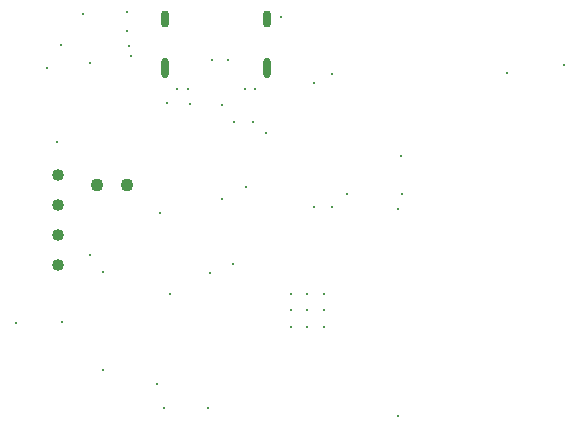
<source format=gbr>
%TF.GenerationSoftware,Altium Limited,Altium Designer,24.6.1 (21)*%
G04 Layer_Color=0*
%FSLAX45Y45*%
%MOMM*%
%TF.SameCoordinates,C73725EF-E552-4689-BE2B-43CAEE6025B1*%
%TF.FilePolarity,Positive*%
%TF.FileFunction,Plated,1,2,PTH,Drill*%
%TF.Part,Single*%
G01*
G75*
%TA.AperFunction,ComponentDrill*%
%ADD82C,1.02000*%
%ADD83C,1.10000*%
%ADD84O,0.65000X1.75000*%
%ADD85O,0.65000X1.45000*%
%TA.AperFunction,ViaDrill,NotFilled*%
%ADD86C,0.30000*%
D82*
X13520000Y8306999D02*
D03*
Y8560999D02*
D03*
Y8052999D02*
D03*
Y7798999D02*
D03*
D83*
X14107001Y8480000D02*
D03*
X13853000D02*
D03*
D84*
X14428000Y9465000D02*
D03*
X15292000D02*
D03*
D85*
X14428000Y9880000D02*
D03*
X15292000D02*
D03*
D86*
X17800000Y9490000D02*
D03*
X15110001Y8460000D02*
D03*
X15280000Y8920000D02*
D03*
X17325000Y9422500D02*
D03*
X14380000Y8240000D02*
D03*
X13789999Y7880000D02*
D03*
X13510962Y8840962D02*
D03*
X13430000Y9470000D02*
D03*
X13730000Y9920000D02*
D03*
X14100000Y9780000D02*
D03*
Y9940000D02*
D03*
X13547655Y9662879D02*
D03*
X14139999Y9570000D02*
D03*
X14120000Y9650000D02*
D03*
X14439999Y9170000D02*
D03*
X15170000Y9010000D02*
D03*
X15010001D02*
D03*
X16420000Y8720000D02*
D03*
X15970000Y8400000D02*
D03*
X16430000D02*
D03*
X16400000Y8270000D02*
D03*
Y6520000D02*
D03*
X14360001Y6790000D02*
D03*
X13160001Y7310000D02*
D03*
X13550000Y7320000D02*
D03*
X14910001Y8360000D02*
D03*
Y9150000D02*
D03*
X15839999Y9420000D02*
D03*
X15689999Y9340000D02*
D03*
X15489000Y7414400D02*
D03*
X15628999D02*
D03*
X15769000D02*
D03*
X15628999Y7554400D02*
D03*
X15769000D02*
D03*
X15489000D02*
D03*
Y7274400D02*
D03*
X15628999D02*
D03*
X15769000D02*
D03*
X14420000Y6590000D02*
D03*
X14789999D02*
D03*
X14530000Y9290000D02*
D03*
X15410001Y9900000D02*
D03*
X14954999Y9534349D02*
D03*
X14825000Y9530743D02*
D03*
X14470000Y7550000D02*
D03*
X13900000Y7740000D02*
D03*
X15689999Y8290000D02*
D03*
X15839999D02*
D03*
X15000000Y7810000D02*
D03*
X14810001Y7730000D02*
D03*
X15189999Y9290000D02*
D03*
X14620000D02*
D03*
X14639999Y9160000D02*
D03*
X15100000Y9290000D02*
D03*
X13789999Y9510000D02*
D03*
X13900000Y6910000D02*
D03*
%TF.MD5,0ac44c0bf6cbde30390e674562bd4f79*%
M02*

</source>
